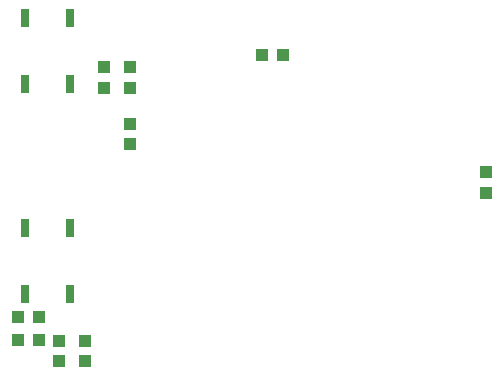
<source format=gbr>
G04 EAGLE Gerber RS-274X export*
G75*
%MOMM*%
%FSLAX34Y34*%
%LPD*%
%INSolderpaste Top*%
%IPPOS*%
%AMOC8*
5,1,8,0,0,1.08239X$1,22.5*%
G01*
%ADD10R,0.762000X1.524000*%
%ADD11R,1.080000X1.050000*%
%ADD12R,1.050000X1.080000*%
%ADD13R,1.100000X1.000000*%


D10*
X69850Y299085D03*
X69850Y354965D03*
X107950Y299085D03*
X107950Y354965D03*
X69850Y121285D03*
X69850Y177165D03*
X107950Y121285D03*
X107950Y177165D03*
D11*
X158750Y296050D03*
X158750Y313550D03*
D12*
X81775Y82550D03*
X64275Y82550D03*
D11*
X460375Y207150D03*
X460375Y224650D03*
D12*
X288150Y323850D03*
X270650Y323850D03*
D13*
X158750Y265675D03*
X158750Y248675D03*
X98425Y64525D03*
X98425Y81525D03*
X120650Y64525D03*
X120650Y81525D03*
D12*
X81775Y101600D03*
X64275Y101600D03*
D11*
X136525Y296050D03*
X136525Y313550D03*
M02*

</source>
